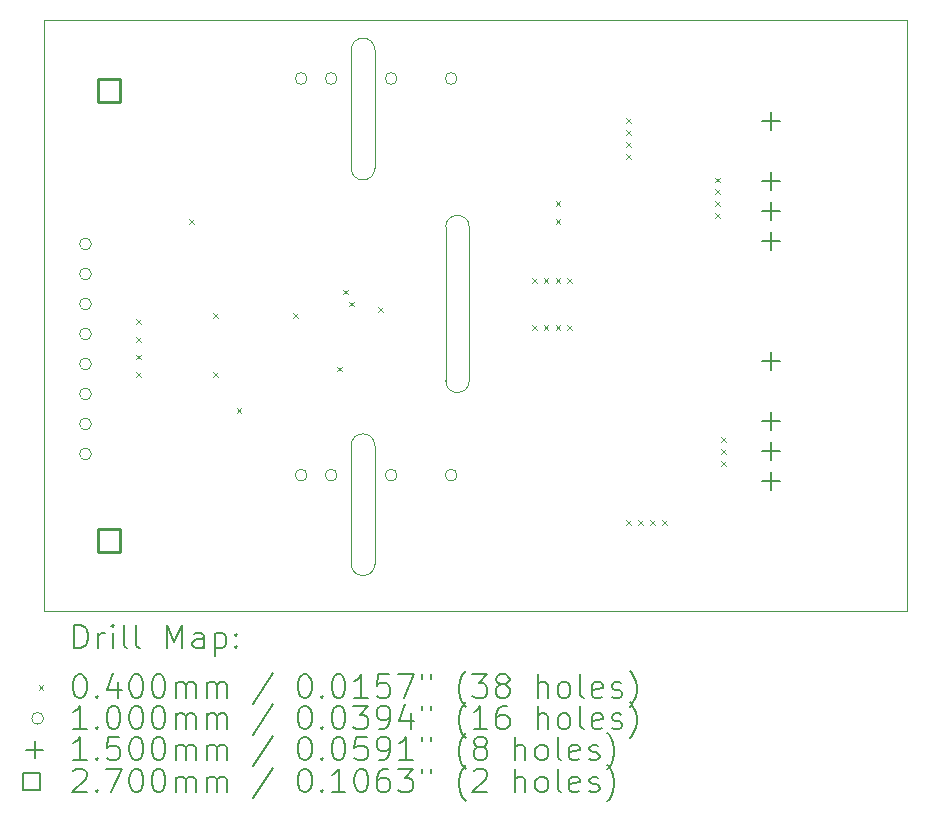
<source format=gbr>
%TF.GenerationSoftware,KiCad,Pcbnew,8.0.9-8.0.9-0~ubuntu22.04.1*%
%TF.CreationDate,2025-04-02T13:47:38-07:00*%
%TF.ProjectId,HBD1E,48424431-452e-46b6-9963-61645f706362,rev?*%
%TF.SameCoordinates,Original*%
%TF.FileFunction,Drillmap*%
%TF.FilePolarity,Positive*%
%FSLAX45Y45*%
G04 Gerber Fmt 4.5, Leading zero omitted, Abs format (unit mm)*
G04 Created by KiCad (PCBNEW 8.0.9-8.0.9-0~ubuntu22.04.1) date 2025-04-02 13:47:38*
%MOMM*%
%LPD*%
G01*
G04 APERTURE LIST*
%ADD10C,0.100000*%
%ADD11C,0.200000*%
%ADD12C,0.150000*%
%ADD13C,0.270000*%
G04 APERTURE END LIST*
D10*
X6450000Y-7650000D02*
X6450000Y-8650000D01*
X7450000Y-7100000D02*
G75*
G02*
X7250000Y-7100000I-100000J0D01*
G01*
X6450000Y-4300000D02*
X6450000Y-5300000D01*
X7450000Y-7100000D02*
X7450000Y-5800000D01*
X7250000Y-5800000D02*
G75*
G02*
X7450000Y-5800000I100000J0D01*
G01*
X6650000Y-8650000D02*
G75*
G02*
X6450000Y-8650000I-100000J0D01*
G01*
X6650000Y-5300000D02*
X6650000Y-4300000D01*
X7250000Y-5800000D02*
X7250000Y-7100000D01*
X3850000Y-4050000D02*
X11160000Y-4050000D01*
X11160000Y-9050000D01*
X3850000Y-9050000D01*
X3850000Y-4050000D01*
X6650000Y-5300000D02*
G75*
G02*
X6450000Y-5300000I-100000J0D01*
G01*
X6450000Y-4300000D02*
G75*
G02*
X6650000Y-4300000I100000J0D01*
G01*
X6450000Y-7650000D02*
G75*
G02*
X6650000Y-7650000I100000J0D01*
G01*
X6650000Y-8650000D02*
X6650000Y-7650000D01*
D11*
D10*
X4630000Y-6580000D02*
X4670000Y-6620000D01*
X4670000Y-6580000D02*
X4630000Y-6620000D01*
X4630000Y-6730000D02*
X4670000Y-6770000D01*
X4670000Y-6730000D02*
X4630000Y-6770000D01*
X4630000Y-6880000D02*
X4670000Y-6920000D01*
X4670000Y-6880000D02*
X4630000Y-6920000D01*
X4630000Y-7030000D02*
X4670000Y-7070000D01*
X4670000Y-7030000D02*
X4630000Y-7070000D01*
X5080000Y-5730000D02*
X5120000Y-5770000D01*
X5120000Y-5730000D02*
X5080000Y-5770000D01*
X5280000Y-6530000D02*
X5320000Y-6570000D01*
X5320000Y-6530000D02*
X5280000Y-6570000D01*
X5280000Y-7030000D02*
X5320000Y-7070000D01*
X5320000Y-7030000D02*
X5280000Y-7070000D01*
X5480000Y-7330000D02*
X5520000Y-7370000D01*
X5520000Y-7330000D02*
X5480000Y-7370000D01*
X5960000Y-6530000D02*
X6000000Y-6570000D01*
X6000000Y-6530000D02*
X5960000Y-6570000D01*
X6330000Y-6980000D02*
X6370000Y-7020000D01*
X6370000Y-6980000D02*
X6330000Y-7020000D01*
X6380000Y-6330000D02*
X6420000Y-6370000D01*
X6420000Y-6330000D02*
X6380000Y-6370000D01*
X6430000Y-6430000D02*
X6470000Y-6470000D01*
X6470000Y-6430000D02*
X6430000Y-6470000D01*
X6680000Y-6480000D02*
X6720000Y-6520000D01*
X6720000Y-6480000D02*
X6680000Y-6520000D01*
X7979823Y-6231191D02*
X8019823Y-6271191D01*
X8019823Y-6231191D02*
X7979823Y-6271191D01*
X7980000Y-6630000D02*
X8020000Y-6670000D01*
X8020000Y-6630000D02*
X7980000Y-6670000D01*
X8080000Y-6230000D02*
X8120000Y-6270000D01*
X8120000Y-6230000D02*
X8080000Y-6270000D01*
X8080000Y-6630000D02*
X8120000Y-6670000D01*
X8120000Y-6630000D02*
X8080000Y-6670000D01*
X8180000Y-5580000D02*
X8220000Y-5620000D01*
X8220000Y-5580000D02*
X8180000Y-5620000D01*
X8180000Y-5730000D02*
X8220000Y-5770000D01*
X8220000Y-5730000D02*
X8180000Y-5770000D01*
X8180000Y-6230000D02*
X8220000Y-6270000D01*
X8220000Y-6230000D02*
X8180000Y-6270000D01*
X8180000Y-6630000D02*
X8220000Y-6670000D01*
X8220000Y-6630000D02*
X8180000Y-6670000D01*
X8280000Y-6230000D02*
X8320000Y-6270000D01*
X8320000Y-6230000D02*
X8280000Y-6270000D01*
X8280000Y-6630000D02*
X8320000Y-6670000D01*
X8320000Y-6630000D02*
X8280000Y-6670000D01*
X8780000Y-4880000D02*
X8820000Y-4920000D01*
X8820000Y-4880000D02*
X8780000Y-4920000D01*
X8780000Y-4980000D02*
X8820000Y-5020000D01*
X8820000Y-4980000D02*
X8780000Y-5020000D01*
X8780000Y-5080000D02*
X8820000Y-5120000D01*
X8820000Y-5080000D02*
X8780000Y-5120000D01*
X8780000Y-5180000D02*
X8820000Y-5220000D01*
X8820000Y-5180000D02*
X8780000Y-5220000D01*
X8780000Y-8280000D02*
X8820000Y-8320000D01*
X8820000Y-8280000D02*
X8780000Y-8320000D01*
X8880000Y-8280000D02*
X8920000Y-8320000D01*
X8920000Y-8280000D02*
X8880000Y-8320000D01*
X8980000Y-8280000D02*
X9020000Y-8320000D01*
X9020000Y-8280000D02*
X8980000Y-8320000D01*
X9080000Y-8280000D02*
X9120000Y-8320000D01*
X9120000Y-8280000D02*
X9080000Y-8320000D01*
X9530000Y-5380000D02*
X9570000Y-5420000D01*
X9570000Y-5380000D02*
X9530000Y-5420000D01*
X9530000Y-5480000D02*
X9570000Y-5520000D01*
X9570000Y-5480000D02*
X9530000Y-5520000D01*
X9530000Y-5580000D02*
X9570000Y-5620000D01*
X9570000Y-5580000D02*
X9530000Y-5620000D01*
X9530000Y-5680000D02*
X9570000Y-5720000D01*
X9570000Y-5680000D02*
X9530000Y-5720000D01*
X9580000Y-7580000D02*
X9620000Y-7620000D01*
X9620000Y-7580000D02*
X9580000Y-7620000D01*
X9580000Y-7680000D02*
X9620000Y-7720000D01*
X9620000Y-7680000D02*
X9580000Y-7720000D01*
X9580000Y-7780000D02*
X9620000Y-7820000D01*
X9620000Y-7780000D02*
X9580000Y-7820000D01*
X4250000Y-5942000D02*
G75*
G02*
X4150000Y-5942000I-50000J0D01*
G01*
X4150000Y-5942000D02*
G75*
G02*
X4250000Y-5942000I50000J0D01*
G01*
X4250000Y-6196000D02*
G75*
G02*
X4150000Y-6196000I-50000J0D01*
G01*
X4150000Y-6196000D02*
G75*
G02*
X4250000Y-6196000I50000J0D01*
G01*
X4250000Y-6450000D02*
G75*
G02*
X4150000Y-6450000I-50000J0D01*
G01*
X4150000Y-6450000D02*
G75*
G02*
X4250000Y-6450000I50000J0D01*
G01*
X4250000Y-6704000D02*
G75*
G02*
X4150000Y-6704000I-50000J0D01*
G01*
X4150000Y-6704000D02*
G75*
G02*
X4250000Y-6704000I50000J0D01*
G01*
X4250000Y-6958000D02*
G75*
G02*
X4150000Y-6958000I-50000J0D01*
G01*
X4150000Y-6958000D02*
G75*
G02*
X4250000Y-6958000I50000J0D01*
G01*
X4250000Y-7212000D02*
G75*
G02*
X4150000Y-7212000I-50000J0D01*
G01*
X4150000Y-7212000D02*
G75*
G02*
X4250000Y-7212000I50000J0D01*
G01*
X4250000Y-7466000D02*
G75*
G02*
X4150000Y-7466000I-50000J0D01*
G01*
X4150000Y-7466000D02*
G75*
G02*
X4250000Y-7466000I50000J0D01*
G01*
X4250000Y-7720000D02*
G75*
G02*
X4150000Y-7720000I-50000J0D01*
G01*
X4150000Y-7720000D02*
G75*
G02*
X4250000Y-7720000I50000J0D01*
G01*
X6076250Y-4540750D02*
G75*
G02*
X5976250Y-4540750I-50000J0D01*
G01*
X5976250Y-4540750D02*
G75*
G02*
X6076250Y-4540750I50000J0D01*
G01*
X6076250Y-7900000D02*
G75*
G02*
X5976250Y-7900000I-50000J0D01*
G01*
X5976250Y-7900000D02*
G75*
G02*
X6076250Y-7900000I50000J0D01*
G01*
X6330250Y-4540750D02*
G75*
G02*
X6230250Y-4540750I-50000J0D01*
G01*
X6230250Y-4540750D02*
G75*
G02*
X6330250Y-4540750I50000J0D01*
G01*
X6330250Y-7900000D02*
G75*
G02*
X6230250Y-7900000I-50000J0D01*
G01*
X6230250Y-7900000D02*
G75*
G02*
X6330250Y-7900000I50000J0D01*
G01*
X6838250Y-4540750D02*
G75*
G02*
X6738250Y-4540750I-50000J0D01*
G01*
X6738250Y-4540750D02*
G75*
G02*
X6838250Y-4540750I50000J0D01*
G01*
X6838250Y-7900000D02*
G75*
G02*
X6738250Y-7900000I-50000J0D01*
G01*
X6738250Y-7900000D02*
G75*
G02*
X6838250Y-7900000I50000J0D01*
G01*
X7346250Y-4540750D02*
G75*
G02*
X7246250Y-4540750I-50000J0D01*
G01*
X7246250Y-4540750D02*
G75*
G02*
X7346250Y-4540750I50000J0D01*
G01*
X7346250Y-7900000D02*
G75*
G02*
X7246250Y-7900000I-50000J0D01*
G01*
X7246250Y-7900000D02*
G75*
G02*
X7346250Y-7900000I50000J0D01*
G01*
D12*
X10004000Y-4825000D02*
X10004000Y-4975000D01*
X9929000Y-4900000D02*
X10079000Y-4900000D01*
X10004000Y-5333000D02*
X10004000Y-5483000D01*
X9929000Y-5408000D02*
X10079000Y-5408000D01*
X10004000Y-5587000D02*
X10004000Y-5737000D01*
X9929000Y-5662000D02*
X10079000Y-5662000D01*
X10004000Y-5841000D02*
X10004000Y-5991000D01*
X9929000Y-5916000D02*
X10079000Y-5916000D01*
X10004000Y-6856000D02*
X10004000Y-7006000D01*
X9929000Y-6931000D02*
X10079000Y-6931000D01*
X10004000Y-7364000D02*
X10004000Y-7514000D01*
X9929000Y-7439000D02*
X10079000Y-7439000D01*
X10004000Y-7618000D02*
X10004000Y-7768000D01*
X9929000Y-7693000D02*
X10079000Y-7693000D01*
X10004000Y-7872000D02*
X10004000Y-8022000D01*
X9929000Y-7947000D02*
X10079000Y-7947000D01*
D13*
X4495460Y-4740460D02*
X4495460Y-4549540D01*
X4304540Y-4549540D01*
X4304540Y-4740460D01*
X4495460Y-4740460D01*
X4495460Y-8550460D02*
X4495460Y-8359540D01*
X4304540Y-8359540D01*
X4304540Y-8550460D01*
X4495460Y-8550460D01*
D11*
X4105777Y-9366484D02*
X4105777Y-9166484D01*
X4105777Y-9166484D02*
X4153396Y-9166484D01*
X4153396Y-9166484D02*
X4181967Y-9176008D01*
X4181967Y-9176008D02*
X4201015Y-9195055D01*
X4201015Y-9195055D02*
X4210539Y-9214103D01*
X4210539Y-9214103D02*
X4220063Y-9252198D01*
X4220063Y-9252198D02*
X4220063Y-9280770D01*
X4220063Y-9280770D02*
X4210539Y-9318865D01*
X4210539Y-9318865D02*
X4201015Y-9337912D01*
X4201015Y-9337912D02*
X4181967Y-9356960D01*
X4181967Y-9356960D02*
X4153396Y-9366484D01*
X4153396Y-9366484D02*
X4105777Y-9366484D01*
X4305777Y-9366484D02*
X4305777Y-9233150D01*
X4305777Y-9271246D02*
X4315301Y-9252198D01*
X4315301Y-9252198D02*
X4324824Y-9242674D01*
X4324824Y-9242674D02*
X4343872Y-9233150D01*
X4343872Y-9233150D02*
X4362920Y-9233150D01*
X4429586Y-9366484D02*
X4429586Y-9233150D01*
X4429586Y-9166484D02*
X4420063Y-9176008D01*
X4420063Y-9176008D02*
X4429586Y-9185531D01*
X4429586Y-9185531D02*
X4439110Y-9176008D01*
X4439110Y-9176008D02*
X4429586Y-9166484D01*
X4429586Y-9166484D02*
X4429586Y-9185531D01*
X4553396Y-9366484D02*
X4534348Y-9356960D01*
X4534348Y-9356960D02*
X4524824Y-9337912D01*
X4524824Y-9337912D02*
X4524824Y-9166484D01*
X4658158Y-9366484D02*
X4639110Y-9356960D01*
X4639110Y-9356960D02*
X4629586Y-9337912D01*
X4629586Y-9337912D02*
X4629586Y-9166484D01*
X4886729Y-9366484D02*
X4886729Y-9166484D01*
X4886729Y-9166484D02*
X4953396Y-9309341D01*
X4953396Y-9309341D02*
X5020063Y-9166484D01*
X5020063Y-9166484D02*
X5020063Y-9366484D01*
X5201015Y-9366484D02*
X5201015Y-9261722D01*
X5201015Y-9261722D02*
X5191491Y-9242674D01*
X5191491Y-9242674D02*
X5172444Y-9233150D01*
X5172444Y-9233150D02*
X5134348Y-9233150D01*
X5134348Y-9233150D02*
X5115301Y-9242674D01*
X5201015Y-9356960D02*
X5181967Y-9366484D01*
X5181967Y-9366484D02*
X5134348Y-9366484D01*
X5134348Y-9366484D02*
X5115301Y-9356960D01*
X5115301Y-9356960D02*
X5105777Y-9337912D01*
X5105777Y-9337912D02*
X5105777Y-9318865D01*
X5105777Y-9318865D02*
X5115301Y-9299817D01*
X5115301Y-9299817D02*
X5134348Y-9290293D01*
X5134348Y-9290293D02*
X5181967Y-9290293D01*
X5181967Y-9290293D02*
X5201015Y-9280770D01*
X5296253Y-9233150D02*
X5296253Y-9433150D01*
X5296253Y-9242674D02*
X5315301Y-9233150D01*
X5315301Y-9233150D02*
X5353396Y-9233150D01*
X5353396Y-9233150D02*
X5372444Y-9242674D01*
X5372444Y-9242674D02*
X5381967Y-9252198D01*
X5381967Y-9252198D02*
X5391491Y-9271246D01*
X5391491Y-9271246D02*
X5391491Y-9328389D01*
X5391491Y-9328389D02*
X5381967Y-9347436D01*
X5381967Y-9347436D02*
X5372444Y-9356960D01*
X5372444Y-9356960D02*
X5353396Y-9366484D01*
X5353396Y-9366484D02*
X5315301Y-9366484D01*
X5315301Y-9366484D02*
X5296253Y-9356960D01*
X5477205Y-9347436D02*
X5486729Y-9356960D01*
X5486729Y-9356960D02*
X5477205Y-9366484D01*
X5477205Y-9366484D02*
X5467682Y-9356960D01*
X5467682Y-9356960D02*
X5477205Y-9347436D01*
X5477205Y-9347436D02*
X5477205Y-9366484D01*
X5477205Y-9242674D02*
X5486729Y-9252198D01*
X5486729Y-9252198D02*
X5477205Y-9261722D01*
X5477205Y-9261722D02*
X5467682Y-9252198D01*
X5467682Y-9252198D02*
X5477205Y-9242674D01*
X5477205Y-9242674D02*
X5477205Y-9261722D01*
D10*
X3805000Y-9675000D02*
X3845000Y-9715000D01*
X3845000Y-9675000D02*
X3805000Y-9715000D01*
D11*
X4143872Y-9586484D02*
X4162920Y-9586484D01*
X4162920Y-9586484D02*
X4181967Y-9596008D01*
X4181967Y-9596008D02*
X4191491Y-9605531D01*
X4191491Y-9605531D02*
X4201015Y-9624579D01*
X4201015Y-9624579D02*
X4210539Y-9662674D01*
X4210539Y-9662674D02*
X4210539Y-9710293D01*
X4210539Y-9710293D02*
X4201015Y-9748389D01*
X4201015Y-9748389D02*
X4191491Y-9767436D01*
X4191491Y-9767436D02*
X4181967Y-9776960D01*
X4181967Y-9776960D02*
X4162920Y-9786484D01*
X4162920Y-9786484D02*
X4143872Y-9786484D01*
X4143872Y-9786484D02*
X4124824Y-9776960D01*
X4124824Y-9776960D02*
X4115301Y-9767436D01*
X4115301Y-9767436D02*
X4105777Y-9748389D01*
X4105777Y-9748389D02*
X4096253Y-9710293D01*
X4096253Y-9710293D02*
X4096253Y-9662674D01*
X4096253Y-9662674D02*
X4105777Y-9624579D01*
X4105777Y-9624579D02*
X4115301Y-9605531D01*
X4115301Y-9605531D02*
X4124824Y-9596008D01*
X4124824Y-9596008D02*
X4143872Y-9586484D01*
X4296253Y-9767436D02*
X4305777Y-9776960D01*
X4305777Y-9776960D02*
X4296253Y-9786484D01*
X4296253Y-9786484D02*
X4286729Y-9776960D01*
X4286729Y-9776960D02*
X4296253Y-9767436D01*
X4296253Y-9767436D02*
X4296253Y-9786484D01*
X4477205Y-9653150D02*
X4477205Y-9786484D01*
X4429586Y-9576960D02*
X4381967Y-9719817D01*
X4381967Y-9719817D02*
X4505777Y-9719817D01*
X4620063Y-9586484D02*
X4639110Y-9586484D01*
X4639110Y-9586484D02*
X4658158Y-9596008D01*
X4658158Y-9596008D02*
X4667682Y-9605531D01*
X4667682Y-9605531D02*
X4677205Y-9624579D01*
X4677205Y-9624579D02*
X4686729Y-9662674D01*
X4686729Y-9662674D02*
X4686729Y-9710293D01*
X4686729Y-9710293D02*
X4677205Y-9748389D01*
X4677205Y-9748389D02*
X4667682Y-9767436D01*
X4667682Y-9767436D02*
X4658158Y-9776960D01*
X4658158Y-9776960D02*
X4639110Y-9786484D01*
X4639110Y-9786484D02*
X4620063Y-9786484D01*
X4620063Y-9786484D02*
X4601015Y-9776960D01*
X4601015Y-9776960D02*
X4591491Y-9767436D01*
X4591491Y-9767436D02*
X4581967Y-9748389D01*
X4581967Y-9748389D02*
X4572444Y-9710293D01*
X4572444Y-9710293D02*
X4572444Y-9662674D01*
X4572444Y-9662674D02*
X4581967Y-9624579D01*
X4581967Y-9624579D02*
X4591491Y-9605531D01*
X4591491Y-9605531D02*
X4601015Y-9596008D01*
X4601015Y-9596008D02*
X4620063Y-9586484D01*
X4810539Y-9586484D02*
X4829586Y-9586484D01*
X4829586Y-9586484D02*
X4848634Y-9596008D01*
X4848634Y-9596008D02*
X4858158Y-9605531D01*
X4858158Y-9605531D02*
X4867682Y-9624579D01*
X4867682Y-9624579D02*
X4877205Y-9662674D01*
X4877205Y-9662674D02*
X4877205Y-9710293D01*
X4877205Y-9710293D02*
X4867682Y-9748389D01*
X4867682Y-9748389D02*
X4858158Y-9767436D01*
X4858158Y-9767436D02*
X4848634Y-9776960D01*
X4848634Y-9776960D02*
X4829586Y-9786484D01*
X4829586Y-9786484D02*
X4810539Y-9786484D01*
X4810539Y-9786484D02*
X4791491Y-9776960D01*
X4791491Y-9776960D02*
X4781967Y-9767436D01*
X4781967Y-9767436D02*
X4772444Y-9748389D01*
X4772444Y-9748389D02*
X4762920Y-9710293D01*
X4762920Y-9710293D02*
X4762920Y-9662674D01*
X4762920Y-9662674D02*
X4772444Y-9624579D01*
X4772444Y-9624579D02*
X4781967Y-9605531D01*
X4781967Y-9605531D02*
X4791491Y-9596008D01*
X4791491Y-9596008D02*
X4810539Y-9586484D01*
X4962920Y-9786484D02*
X4962920Y-9653150D01*
X4962920Y-9672198D02*
X4972444Y-9662674D01*
X4972444Y-9662674D02*
X4991491Y-9653150D01*
X4991491Y-9653150D02*
X5020063Y-9653150D01*
X5020063Y-9653150D02*
X5039110Y-9662674D01*
X5039110Y-9662674D02*
X5048634Y-9681722D01*
X5048634Y-9681722D02*
X5048634Y-9786484D01*
X5048634Y-9681722D02*
X5058158Y-9662674D01*
X5058158Y-9662674D02*
X5077205Y-9653150D01*
X5077205Y-9653150D02*
X5105777Y-9653150D01*
X5105777Y-9653150D02*
X5124825Y-9662674D01*
X5124825Y-9662674D02*
X5134348Y-9681722D01*
X5134348Y-9681722D02*
X5134348Y-9786484D01*
X5229586Y-9786484D02*
X5229586Y-9653150D01*
X5229586Y-9672198D02*
X5239110Y-9662674D01*
X5239110Y-9662674D02*
X5258158Y-9653150D01*
X5258158Y-9653150D02*
X5286729Y-9653150D01*
X5286729Y-9653150D02*
X5305777Y-9662674D01*
X5305777Y-9662674D02*
X5315301Y-9681722D01*
X5315301Y-9681722D02*
X5315301Y-9786484D01*
X5315301Y-9681722D02*
X5324825Y-9662674D01*
X5324825Y-9662674D02*
X5343872Y-9653150D01*
X5343872Y-9653150D02*
X5372444Y-9653150D01*
X5372444Y-9653150D02*
X5391491Y-9662674D01*
X5391491Y-9662674D02*
X5401015Y-9681722D01*
X5401015Y-9681722D02*
X5401015Y-9786484D01*
X5791491Y-9576960D02*
X5620063Y-9834103D01*
X6048634Y-9586484D02*
X6067682Y-9586484D01*
X6067682Y-9586484D02*
X6086729Y-9596008D01*
X6086729Y-9596008D02*
X6096253Y-9605531D01*
X6096253Y-9605531D02*
X6105777Y-9624579D01*
X6105777Y-9624579D02*
X6115301Y-9662674D01*
X6115301Y-9662674D02*
X6115301Y-9710293D01*
X6115301Y-9710293D02*
X6105777Y-9748389D01*
X6105777Y-9748389D02*
X6096253Y-9767436D01*
X6096253Y-9767436D02*
X6086729Y-9776960D01*
X6086729Y-9776960D02*
X6067682Y-9786484D01*
X6067682Y-9786484D02*
X6048634Y-9786484D01*
X6048634Y-9786484D02*
X6029586Y-9776960D01*
X6029586Y-9776960D02*
X6020063Y-9767436D01*
X6020063Y-9767436D02*
X6010539Y-9748389D01*
X6010539Y-9748389D02*
X6001015Y-9710293D01*
X6001015Y-9710293D02*
X6001015Y-9662674D01*
X6001015Y-9662674D02*
X6010539Y-9624579D01*
X6010539Y-9624579D02*
X6020063Y-9605531D01*
X6020063Y-9605531D02*
X6029586Y-9596008D01*
X6029586Y-9596008D02*
X6048634Y-9586484D01*
X6201015Y-9767436D02*
X6210539Y-9776960D01*
X6210539Y-9776960D02*
X6201015Y-9786484D01*
X6201015Y-9786484D02*
X6191491Y-9776960D01*
X6191491Y-9776960D02*
X6201015Y-9767436D01*
X6201015Y-9767436D02*
X6201015Y-9786484D01*
X6334348Y-9586484D02*
X6353396Y-9586484D01*
X6353396Y-9586484D02*
X6372444Y-9596008D01*
X6372444Y-9596008D02*
X6381967Y-9605531D01*
X6381967Y-9605531D02*
X6391491Y-9624579D01*
X6391491Y-9624579D02*
X6401015Y-9662674D01*
X6401015Y-9662674D02*
X6401015Y-9710293D01*
X6401015Y-9710293D02*
X6391491Y-9748389D01*
X6391491Y-9748389D02*
X6381967Y-9767436D01*
X6381967Y-9767436D02*
X6372444Y-9776960D01*
X6372444Y-9776960D02*
X6353396Y-9786484D01*
X6353396Y-9786484D02*
X6334348Y-9786484D01*
X6334348Y-9786484D02*
X6315301Y-9776960D01*
X6315301Y-9776960D02*
X6305777Y-9767436D01*
X6305777Y-9767436D02*
X6296253Y-9748389D01*
X6296253Y-9748389D02*
X6286729Y-9710293D01*
X6286729Y-9710293D02*
X6286729Y-9662674D01*
X6286729Y-9662674D02*
X6296253Y-9624579D01*
X6296253Y-9624579D02*
X6305777Y-9605531D01*
X6305777Y-9605531D02*
X6315301Y-9596008D01*
X6315301Y-9596008D02*
X6334348Y-9586484D01*
X6591491Y-9786484D02*
X6477206Y-9786484D01*
X6534348Y-9786484D02*
X6534348Y-9586484D01*
X6534348Y-9586484D02*
X6515301Y-9615055D01*
X6515301Y-9615055D02*
X6496253Y-9634103D01*
X6496253Y-9634103D02*
X6477206Y-9643627D01*
X6772444Y-9586484D02*
X6677206Y-9586484D01*
X6677206Y-9586484D02*
X6667682Y-9681722D01*
X6667682Y-9681722D02*
X6677206Y-9672198D01*
X6677206Y-9672198D02*
X6696253Y-9662674D01*
X6696253Y-9662674D02*
X6743872Y-9662674D01*
X6743872Y-9662674D02*
X6762920Y-9672198D01*
X6762920Y-9672198D02*
X6772444Y-9681722D01*
X6772444Y-9681722D02*
X6781967Y-9700770D01*
X6781967Y-9700770D02*
X6781967Y-9748389D01*
X6781967Y-9748389D02*
X6772444Y-9767436D01*
X6772444Y-9767436D02*
X6762920Y-9776960D01*
X6762920Y-9776960D02*
X6743872Y-9786484D01*
X6743872Y-9786484D02*
X6696253Y-9786484D01*
X6696253Y-9786484D02*
X6677206Y-9776960D01*
X6677206Y-9776960D02*
X6667682Y-9767436D01*
X6848634Y-9586484D02*
X6981967Y-9586484D01*
X6981967Y-9586484D02*
X6896253Y-9786484D01*
X7048634Y-9586484D02*
X7048634Y-9624579D01*
X7124825Y-9586484D02*
X7124825Y-9624579D01*
X7420063Y-9862674D02*
X7410539Y-9853150D01*
X7410539Y-9853150D02*
X7391491Y-9824579D01*
X7391491Y-9824579D02*
X7381968Y-9805531D01*
X7381968Y-9805531D02*
X7372444Y-9776960D01*
X7372444Y-9776960D02*
X7362920Y-9729341D01*
X7362920Y-9729341D02*
X7362920Y-9691246D01*
X7362920Y-9691246D02*
X7372444Y-9643627D01*
X7372444Y-9643627D02*
X7381968Y-9615055D01*
X7381968Y-9615055D02*
X7391491Y-9596008D01*
X7391491Y-9596008D02*
X7410539Y-9567436D01*
X7410539Y-9567436D02*
X7420063Y-9557912D01*
X7477206Y-9586484D02*
X7601015Y-9586484D01*
X7601015Y-9586484D02*
X7534348Y-9662674D01*
X7534348Y-9662674D02*
X7562920Y-9662674D01*
X7562920Y-9662674D02*
X7581968Y-9672198D01*
X7581968Y-9672198D02*
X7591491Y-9681722D01*
X7591491Y-9681722D02*
X7601015Y-9700770D01*
X7601015Y-9700770D02*
X7601015Y-9748389D01*
X7601015Y-9748389D02*
X7591491Y-9767436D01*
X7591491Y-9767436D02*
X7581968Y-9776960D01*
X7581968Y-9776960D02*
X7562920Y-9786484D01*
X7562920Y-9786484D02*
X7505777Y-9786484D01*
X7505777Y-9786484D02*
X7486729Y-9776960D01*
X7486729Y-9776960D02*
X7477206Y-9767436D01*
X7715301Y-9672198D02*
X7696253Y-9662674D01*
X7696253Y-9662674D02*
X7686729Y-9653150D01*
X7686729Y-9653150D02*
X7677206Y-9634103D01*
X7677206Y-9634103D02*
X7677206Y-9624579D01*
X7677206Y-9624579D02*
X7686729Y-9605531D01*
X7686729Y-9605531D02*
X7696253Y-9596008D01*
X7696253Y-9596008D02*
X7715301Y-9586484D01*
X7715301Y-9586484D02*
X7753396Y-9586484D01*
X7753396Y-9586484D02*
X7772444Y-9596008D01*
X7772444Y-9596008D02*
X7781968Y-9605531D01*
X7781968Y-9605531D02*
X7791491Y-9624579D01*
X7791491Y-9624579D02*
X7791491Y-9634103D01*
X7791491Y-9634103D02*
X7781968Y-9653150D01*
X7781968Y-9653150D02*
X7772444Y-9662674D01*
X7772444Y-9662674D02*
X7753396Y-9672198D01*
X7753396Y-9672198D02*
X7715301Y-9672198D01*
X7715301Y-9672198D02*
X7696253Y-9681722D01*
X7696253Y-9681722D02*
X7686729Y-9691246D01*
X7686729Y-9691246D02*
X7677206Y-9710293D01*
X7677206Y-9710293D02*
X7677206Y-9748389D01*
X7677206Y-9748389D02*
X7686729Y-9767436D01*
X7686729Y-9767436D02*
X7696253Y-9776960D01*
X7696253Y-9776960D02*
X7715301Y-9786484D01*
X7715301Y-9786484D02*
X7753396Y-9786484D01*
X7753396Y-9786484D02*
X7772444Y-9776960D01*
X7772444Y-9776960D02*
X7781968Y-9767436D01*
X7781968Y-9767436D02*
X7791491Y-9748389D01*
X7791491Y-9748389D02*
X7791491Y-9710293D01*
X7791491Y-9710293D02*
X7781968Y-9691246D01*
X7781968Y-9691246D02*
X7772444Y-9681722D01*
X7772444Y-9681722D02*
X7753396Y-9672198D01*
X8029587Y-9786484D02*
X8029587Y-9586484D01*
X8115301Y-9786484D02*
X8115301Y-9681722D01*
X8115301Y-9681722D02*
X8105777Y-9662674D01*
X8105777Y-9662674D02*
X8086730Y-9653150D01*
X8086730Y-9653150D02*
X8058158Y-9653150D01*
X8058158Y-9653150D02*
X8039110Y-9662674D01*
X8039110Y-9662674D02*
X8029587Y-9672198D01*
X8239110Y-9786484D02*
X8220063Y-9776960D01*
X8220063Y-9776960D02*
X8210539Y-9767436D01*
X8210539Y-9767436D02*
X8201015Y-9748389D01*
X8201015Y-9748389D02*
X8201015Y-9691246D01*
X8201015Y-9691246D02*
X8210539Y-9672198D01*
X8210539Y-9672198D02*
X8220063Y-9662674D01*
X8220063Y-9662674D02*
X8239110Y-9653150D01*
X8239110Y-9653150D02*
X8267682Y-9653150D01*
X8267682Y-9653150D02*
X8286730Y-9662674D01*
X8286730Y-9662674D02*
X8296253Y-9672198D01*
X8296253Y-9672198D02*
X8305777Y-9691246D01*
X8305777Y-9691246D02*
X8305777Y-9748389D01*
X8305777Y-9748389D02*
X8296253Y-9767436D01*
X8296253Y-9767436D02*
X8286730Y-9776960D01*
X8286730Y-9776960D02*
X8267682Y-9786484D01*
X8267682Y-9786484D02*
X8239110Y-9786484D01*
X8420063Y-9786484D02*
X8401015Y-9776960D01*
X8401015Y-9776960D02*
X8391492Y-9757912D01*
X8391492Y-9757912D02*
X8391492Y-9586484D01*
X8572444Y-9776960D02*
X8553396Y-9786484D01*
X8553396Y-9786484D02*
X8515301Y-9786484D01*
X8515301Y-9786484D02*
X8496253Y-9776960D01*
X8496253Y-9776960D02*
X8486730Y-9757912D01*
X8486730Y-9757912D02*
X8486730Y-9681722D01*
X8486730Y-9681722D02*
X8496253Y-9662674D01*
X8496253Y-9662674D02*
X8515301Y-9653150D01*
X8515301Y-9653150D02*
X8553396Y-9653150D01*
X8553396Y-9653150D02*
X8572444Y-9662674D01*
X8572444Y-9662674D02*
X8581968Y-9681722D01*
X8581968Y-9681722D02*
X8581968Y-9700770D01*
X8581968Y-9700770D02*
X8486730Y-9719817D01*
X8658158Y-9776960D02*
X8677206Y-9786484D01*
X8677206Y-9786484D02*
X8715301Y-9786484D01*
X8715301Y-9786484D02*
X8734349Y-9776960D01*
X8734349Y-9776960D02*
X8743873Y-9757912D01*
X8743873Y-9757912D02*
X8743873Y-9748389D01*
X8743873Y-9748389D02*
X8734349Y-9729341D01*
X8734349Y-9729341D02*
X8715301Y-9719817D01*
X8715301Y-9719817D02*
X8686730Y-9719817D01*
X8686730Y-9719817D02*
X8667682Y-9710293D01*
X8667682Y-9710293D02*
X8658158Y-9691246D01*
X8658158Y-9691246D02*
X8658158Y-9681722D01*
X8658158Y-9681722D02*
X8667682Y-9662674D01*
X8667682Y-9662674D02*
X8686730Y-9653150D01*
X8686730Y-9653150D02*
X8715301Y-9653150D01*
X8715301Y-9653150D02*
X8734349Y-9662674D01*
X8810539Y-9862674D02*
X8820063Y-9853150D01*
X8820063Y-9853150D02*
X8839111Y-9824579D01*
X8839111Y-9824579D02*
X8848634Y-9805531D01*
X8848634Y-9805531D02*
X8858158Y-9776960D01*
X8858158Y-9776960D02*
X8867682Y-9729341D01*
X8867682Y-9729341D02*
X8867682Y-9691246D01*
X8867682Y-9691246D02*
X8858158Y-9643627D01*
X8858158Y-9643627D02*
X8848634Y-9615055D01*
X8848634Y-9615055D02*
X8839111Y-9596008D01*
X8839111Y-9596008D02*
X8820063Y-9567436D01*
X8820063Y-9567436D02*
X8810539Y-9557912D01*
D10*
X3845000Y-9959000D02*
G75*
G02*
X3745000Y-9959000I-50000J0D01*
G01*
X3745000Y-9959000D02*
G75*
G02*
X3845000Y-9959000I50000J0D01*
G01*
D11*
X4210539Y-10050484D02*
X4096253Y-10050484D01*
X4153396Y-10050484D02*
X4153396Y-9850484D01*
X4153396Y-9850484D02*
X4134348Y-9879055D01*
X4134348Y-9879055D02*
X4115301Y-9898103D01*
X4115301Y-9898103D02*
X4096253Y-9907627D01*
X4296253Y-10031436D02*
X4305777Y-10040960D01*
X4305777Y-10040960D02*
X4296253Y-10050484D01*
X4296253Y-10050484D02*
X4286729Y-10040960D01*
X4286729Y-10040960D02*
X4296253Y-10031436D01*
X4296253Y-10031436D02*
X4296253Y-10050484D01*
X4429586Y-9850484D02*
X4448634Y-9850484D01*
X4448634Y-9850484D02*
X4467682Y-9860008D01*
X4467682Y-9860008D02*
X4477205Y-9869531D01*
X4477205Y-9869531D02*
X4486729Y-9888579D01*
X4486729Y-9888579D02*
X4496253Y-9926674D01*
X4496253Y-9926674D02*
X4496253Y-9974293D01*
X4496253Y-9974293D02*
X4486729Y-10012389D01*
X4486729Y-10012389D02*
X4477205Y-10031436D01*
X4477205Y-10031436D02*
X4467682Y-10040960D01*
X4467682Y-10040960D02*
X4448634Y-10050484D01*
X4448634Y-10050484D02*
X4429586Y-10050484D01*
X4429586Y-10050484D02*
X4410539Y-10040960D01*
X4410539Y-10040960D02*
X4401015Y-10031436D01*
X4401015Y-10031436D02*
X4391491Y-10012389D01*
X4391491Y-10012389D02*
X4381967Y-9974293D01*
X4381967Y-9974293D02*
X4381967Y-9926674D01*
X4381967Y-9926674D02*
X4391491Y-9888579D01*
X4391491Y-9888579D02*
X4401015Y-9869531D01*
X4401015Y-9869531D02*
X4410539Y-9860008D01*
X4410539Y-9860008D02*
X4429586Y-9850484D01*
X4620063Y-9850484D02*
X4639110Y-9850484D01*
X4639110Y-9850484D02*
X4658158Y-9860008D01*
X4658158Y-9860008D02*
X4667682Y-9869531D01*
X4667682Y-9869531D02*
X4677205Y-9888579D01*
X4677205Y-9888579D02*
X4686729Y-9926674D01*
X4686729Y-9926674D02*
X4686729Y-9974293D01*
X4686729Y-9974293D02*
X4677205Y-10012389D01*
X4677205Y-10012389D02*
X4667682Y-10031436D01*
X4667682Y-10031436D02*
X4658158Y-10040960D01*
X4658158Y-10040960D02*
X4639110Y-10050484D01*
X4639110Y-10050484D02*
X4620063Y-10050484D01*
X4620063Y-10050484D02*
X4601015Y-10040960D01*
X4601015Y-10040960D02*
X4591491Y-10031436D01*
X4591491Y-10031436D02*
X4581967Y-10012389D01*
X4581967Y-10012389D02*
X4572444Y-9974293D01*
X4572444Y-9974293D02*
X4572444Y-9926674D01*
X4572444Y-9926674D02*
X4581967Y-9888579D01*
X4581967Y-9888579D02*
X4591491Y-9869531D01*
X4591491Y-9869531D02*
X4601015Y-9860008D01*
X4601015Y-9860008D02*
X4620063Y-9850484D01*
X4810539Y-9850484D02*
X4829586Y-9850484D01*
X4829586Y-9850484D02*
X4848634Y-9860008D01*
X4848634Y-9860008D02*
X4858158Y-9869531D01*
X4858158Y-9869531D02*
X4867682Y-9888579D01*
X4867682Y-9888579D02*
X4877205Y-9926674D01*
X4877205Y-9926674D02*
X4877205Y-9974293D01*
X4877205Y-9974293D02*
X4867682Y-10012389D01*
X4867682Y-10012389D02*
X4858158Y-10031436D01*
X4858158Y-10031436D02*
X4848634Y-10040960D01*
X4848634Y-10040960D02*
X4829586Y-10050484D01*
X4829586Y-10050484D02*
X4810539Y-10050484D01*
X4810539Y-10050484D02*
X4791491Y-10040960D01*
X4791491Y-10040960D02*
X4781967Y-10031436D01*
X4781967Y-10031436D02*
X4772444Y-10012389D01*
X4772444Y-10012389D02*
X4762920Y-9974293D01*
X4762920Y-9974293D02*
X4762920Y-9926674D01*
X4762920Y-9926674D02*
X4772444Y-9888579D01*
X4772444Y-9888579D02*
X4781967Y-9869531D01*
X4781967Y-9869531D02*
X4791491Y-9860008D01*
X4791491Y-9860008D02*
X4810539Y-9850484D01*
X4962920Y-10050484D02*
X4962920Y-9917150D01*
X4962920Y-9936198D02*
X4972444Y-9926674D01*
X4972444Y-9926674D02*
X4991491Y-9917150D01*
X4991491Y-9917150D02*
X5020063Y-9917150D01*
X5020063Y-9917150D02*
X5039110Y-9926674D01*
X5039110Y-9926674D02*
X5048634Y-9945722D01*
X5048634Y-9945722D02*
X5048634Y-10050484D01*
X5048634Y-9945722D02*
X5058158Y-9926674D01*
X5058158Y-9926674D02*
X5077205Y-9917150D01*
X5077205Y-9917150D02*
X5105777Y-9917150D01*
X5105777Y-9917150D02*
X5124825Y-9926674D01*
X5124825Y-9926674D02*
X5134348Y-9945722D01*
X5134348Y-9945722D02*
X5134348Y-10050484D01*
X5229586Y-10050484D02*
X5229586Y-9917150D01*
X5229586Y-9936198D02*
X5239110Y-9926674D01*
X5239110Y-9926674D02*
X5258158Y-9917150D01*
X5258158Y-9917150D02*
X5286729Y-9917150D01*
X5286729Y-9917150D02*
X5305777Y-9926674D01*
X5305777Y-9926674D02*
X5315301Y-9945722D01*
X5315301Y-9945722D02*
X5315301Y-10050484D01*
X5315301Y-9945722D02*
X5324825Y-9926674D01*
X5324825Y-9926674D02*
X5343872Y-9917150D01*
X5343872Y-9917150D02*
X5372444Y-9917150D01*
X5372444Y-9917150D02*
X5391491Y-9926674D01*
X5391491Y-9926674D02*
X5401015Y-9945722D01*
X5401015Y-9945722D02*
X5401015Y-10050484D01*
X5791491Y-9840960D02*
X5620063Y-10098103D01*
X6048634Y-9850484D02*
X6067682Y-9850484D01*
X6067682Y-9850484D02*
X6086729Y-9860008D01*
X6086729Y-9860008D02*
X6096253Y-9869531D01*
X6096253Y-9869531D02*
X6105777Y-9888579D01*
X6105777Y-9888579D02*
X6115301Y-9926674D01*
X6115301Y-9926674D02*
X6115301Y-9974293D01*
X6115301Y-9974293D02*
X6105777Y-10012389D01*
X6105777Y-10012389D02*
X6096253Y-10031436D01*
X6096253Y-10031436D02*
X6086729Y-10040960D01*
X6086729Y-10040960D02*
X6067682Y-10050484D01*
X6067682Y-10050484D02*
X6048634Y-10050484D01*
X6048634Y-10050484D02*
X6029586Y-10040960D01*
X6029586Y-10040960D02*
X6020063Y-10031436D01*
X6020063Y-10031436D02*
X6010539Y-10012389D01*
X6010539Y-10012389D02*
X6001015Y-9974293D01*
X6001015Y-9974293D02*
X6001015Y-9926674D01*
X6001015Y-9926674D02*
X6010539Y-9888579D01*
X6010539Y-9888579D02*
X6020063Y-9869531D01*
X6020063Y-9869531D02*
X6029586Y-9860008D01*
X6029586Y-9860008D02*
X6048634Y-9850484D01*
X6201015Y-10031436D02*
X6210539Y-10040960D01*
X6210539Y-10040960D02*
X6201015Y-10050484D01*
X6201015Y-10050484D02*
X6191491Y-10040960D01*
X6191491Y-10040960D02*
X6201015Y-10031436D01*
X6201015Y-10031436D02*
X6201015Y-10050484D01*
X6334348Y-9850484D02*
X6353396Y-9850484D01*
X6353396Y-9850484D02*
X6372444Y-9860008D01*
X6372444Y-9860008D02*
X6381967Y-9869531D01*
X6381967Y-9869531D02*
X6391491Y-9888579D01*
X6391491Y-9888579D02*
X6401015Y-9926674D01*
X6401015Y-9926674D02*
X6401015Y-9974293D01*
X6401015Y-9974293D02*
X6391491Y-10012389D01*
X6391491Y-10012389D02*
X6381967Y-10031436D01*
X6381967Y-10031436D02*
X6372444Y-10040960D01*
X6372444Y-10040960D02*
X6353396Y-10050484D01*
X6353396Y-10050484D02*
X6334348Y-10050484D01*
X6334348Y-10050484D02*
X6315301Y-10040960D01*
X6315301Y-10040960D02*
X6305777Y-10031436D01*
X6305777Y-10031436D02*
X6296253Y-10012389D01*
X6296253Y-10012389D02*
X6286729Y-9974293D01*
X6286729Y-9974293D02*
X6286729Y-9926674D01*
X6286729Y-9926674D02*
X6296253Y-9888579D01*
X6296253Y-9888579D02*
X6305777Y-9869531D01*
X6305777Y-9869531D02*
X6315301Y-9860008D01*
X6315301Y-9860008D02*
X6334348Y-9850484D01*
X6467682Y-9850484D02*
X6591491Y-9850484D01*
X6591491Y-9850484D02*
X6524825Y-9926674D01*
X6524825Y-9926674D02*
X6553396Y-9926674D01*
X6553396Y-9926674D02*
X6572444Y-9936198D01*
X6572444Y-9936198D02*
X6581967Y-9945722D01*
X6581967Y-9945722D02*
X6591491Y-9964770D01*
X6591491Y-9964770D02*
X6591491Y-10012389D01*
X6591491Y-10012389D02*
X6581967Y-10031436D01*
X6581967Y-10031436D02*
X6572444Y-10040960D01*
X6572444Y-10040960D02*
X6553396Y-10050484D01*
X6553396Y-10050484D02*
X6496253Y-10050484D01*
X6496253Y-10050484D02*
X6477206Y-10040960D01*
X6477206Y-10040960D02*
X6467682Y-10031436D01*
X6686729Y-10050484D02*
X6724825Y-10050484D01*
X6724825Y-10050484D02*
X6743872Y-10040960D01*
X6743872Y-10040960D02*
X6753396Y-10031436D01*
X6753396Y-10031436D02*
X6772444Y-10002865D01*
X6772444Y-10002865D02*
X6781967Y-9964770D01*
X6781967Y-9964770D02*
X6781967Y-9888579D01*
X6781967Y-9888579D02*
X6772444Y-9869531D01*
X6772444Y-9869531D02*
X6762920Y-9860008D01*
X6762920Y-9860008D02*
X6743872Y-9850484D01*
X6743872Y-9850484D02*
X6705777Y-9850484D01*
X6705777Y-9850484D02*
X6686729Y-9860008D01*
X6686729Y-9860008D02*
X6677206Y-9869531D01*
X6677206Y-9869531D02*
X6667682Y-9888579D01*
X6667682Y-9888579D02*
X6667682Y-9936198D01*
X6667682Y-9936198D02*
X6677206Y-9955246D01*
X6677206Y-9955246D02*
X6686729Y-9964770D01*
X6686729Y-9964770D02*
X6705777Y-9974293D01*
X6705777Y-9974293D02*
X6743872Y-9974293D01*
X6743872Y-9974293D02*
X6762920Y-9964770D01*
X6762920Y-9964770D02*
X6772444Y-9955246D01*
X6772444Y-9955246D02*
X6781967Y-9936198D01*
X6953396Y-9917150D02*
X6953396Y-10050484D01*
X6905777Y-9840960D02*
X6858158Y-9983817D01*
X6858158Y-9983817D02*
X6981967Y-9983817D01*
X7048634Y-9850484D02*
X7048634Y-9888579D01*
X7124825Y-9850484D02*
X7124825Y-9888579D01*
X7420063Y-10126674D02*
X7410539Y-10117150D01*
X7410539Y-10117150D02*
X7391491Y-10088579D01*
X7391491Y-10088579D02*
X7381968Y-10069531D01*
X7381968Y-10069531D02*
X7372444Y-10040960D01*
X7372444Y-10040960D02*
X7362920Y-9993341D01*
X7362920Y-9993341D02*
X7362920Y-9955246D01*
X7362920Y-9955246D02*
X7372444Y-9907627D01*
X7372444Y-9907627D02*
X7381968Y-9879055D01*
X7381968Y-9879055D02*
X7391491Y-9860008D01*
X7391491Y-9860008D02*
X7410539Y-9831436D01*
X7410539Y-9831436D02*
X7420063Y-9821912D01*
X7601015Y-10050484D02*
X7486729Y-10050484D01*
X7543872Y-10050484D02*
X7543872Y-9850484D01*
X7543872Y-9850484D02*
X7524825Y-9879055D01*
X7524825Y-9879055D02*
X7505777Y-9898103D01*
X7505777Y-9898103D02*
X7486729Y-9907627D01*
X7772444Y-9850484D02*
X7734348Y-9850484D01*
X7734348Y-9850484D02*
X7715301Y-9860008D01*
X7715301Y-9860008D02*
X7705777Y-9869531D01*
X7705777Y-9869531D02*
X7686729Y-9898103D01*
X7686729Y-9898103D02*
X7677206Y-9936198D01*
X7677206Y-9936198D02*
X7677206Y-10012389D01*
X7677206Y-10012389D02*
X7686729Y-10031436D01*
X7686729Y-10031436D02*
X7696253Y-10040960D01*
X7696253Y-10040960D02*
X7715301Y-10050484D01*
X7715301Y-10050484D02*
X7753396Y-10050484D01*
X7753396Y-10050484D02*
X7772444Y-10040960D01*
X7772444Y-10040960D02*
X7781968Y-10031436D01*
X7781968Y-10031436D02*
X7791491Y-10012389D01*
X7791491Y-10012389D02*
X7791491Y-9964770D01*
X7791491Y-9964770D02*
X7781968Y-9945722D01*
X7781968Y-9945722D02*
X7772444Y-9936198D01*
X7772444Y-9936198D02*
X7753396Y-9926674D01*
X7753396Y-9926674D02*
X7715301Y-9926674D01*
X7715301Y-9926674D02*
X7696253Y-9936198D01*
X7696253Y-9936198D02*
X7686729Y-9945722D01*
X7686729Y-9945722D02*
X7677206Y-9964770D01*
X8029587Y-10050484D02*
X8029587Y-9850484D01*
X8115301Y-10050484D02*
X8115301Y-9945722D01*
X8115301Y-9945722D02*
X8105777Y-9926674D01*
X8105777Y-9926674D02*
X8086730Y-9917150D01*
X8086730Y-9917150D02*
X8058158Y-9917150D01*
X8058158Y-9917150D02*
X8039110Y-9926674D01*
X8039110Y-9926674D02*
X8029587Y-9936198D01*
X8239110Y-10050484D02*
X8220063Y-10040960D01*
X8220063Y-10040960D02*
X8210539Y-10031436D01*
X8210539Y-10031436D02*
X8201015Y-10012389D01*
X8201015Y-10012389D02*
X8201015Y-9955246D01*
X8201015Y-9955246D02*
X8210539Y-9936198D01*
X8210539Y-9936198D02*
X8220063Y-9926674D01*
X8220063Y-9926674D02*
X8239110Y-9917150D01*
X8239110Y-9917150D02*
X8267682Y-9917150D01*
X8267682Y-9917150D02*
X8286730Y-9926674D01*
X8286730Y-9926674D02*
X8296253Y-9936198D01*
X8296253Y-9936198D02*
X8305777Y-9955246D01*
X8305777Y-9955246D02*
X8305777Y-10012389D01*
X8305777Y-10012389D02*
X8296253Y-10031436D01*
X8296253Y-10031436D02*
X8286730Y-10040960D01*
X8286730Y-10040960D02*
X8267682Y-10050484D01*
X8267682Y-10050484D02*
X8239110Y-10050484D01*
X8420063Y-10050484D02*
X8401015Y-10040960D01*
X8401015Y-10040960D02*
X8391492Y-10021912D01*
X8391492Y-10021912D02*
X8391492Y-9850484D01*
X8572444Y-10040960D02*
X8553396Y-10050484D01*
X8553396Y-10050484D02*
X8515301Y-10050484D01*
X8515301Y-10050484D02*
X8496253Y-10040960D01*
X8496253Y-10040960D02*
X8486730Y-10021912D01*
X8486730Y-10021912D02*
X8486730Y-9945722D01*
X8486730Y-9945722D02*
X8496253Y-9926674D01*
X8496253Y-9926674D02*
X8515301Y-9917150D01*
X8515301Y-9917150D02*
X8553396Y-9917150D01*
X8553396Y-9917150D02*
X8572444Y-9926674D01*
X8572444Y-9926674D02*
X8581968Y-9945722D01*
X8581968Y-9945722D02*
X8581968Y-9964770D01*
X8581968Y-9964770D02*
X8486730Y-9983817D01*
X8658158Y-10040960D02*
X8677206Y-10050484D01*
X8677206Y-10050484D02*
X8715301Y-10050484D01*
X8715301Y-10050484D02*
X8734349Y-10040960D01*
X8734349Y-10040960D02*
X8743873Y-10021912D01*
X8743873Y-10021912D02*
X8743873Y-10012389D01*
X8743873Y-10012389D02*
X8734349Y-9993341D01*
X8734349Y-9993341D02*
X8715301Y-9983817D01*
X8715301Y-9983817D02*
X8686730Y-9983817D01*
X8686730Y-9983817D02*
X8667682Y-9974293D01*
X8667682Y-9974293D02*
X8658158Y-9955246D01*
X8658158Y-9955246D02*
X8658158Y-9945722D01*
X8658158Y-9945722D02*
X8667682Y-9926674D01*
X8667682Y-9926674D02*
X8686730Y-9917150D01*
X8686730Y-9917150D02*
X8715301Y-9917150D01*
X8715301Y-9917150D02*
X8734349Y-9926674D01*
X8810539Y-10126674D02*
X8820063Y-10117150D01*
X8820063Y-10117150D02*
X8839111Y-10088579D01*
X8839111Y-10088579D02*
X8848634Y-10069531D01*
X8848634Y-10069531D02*
X8858158Y-10040960D01*
X8858158Y-10040960D02*
X8867682Y-9993341D01*
X8867682Y-9993341D02*
X8867682Y-9955246D01*
X8867682Y-9955246D02*
X8858158Y-9907627D01*
X8858158Y-9907627D02*
X8848634Y-9879055D01*
X8848634Y-9879055D02*
X8839111Y-9860008D01*
X8839111Y-9860008D02*
X8820063Y-9831436D01*
X8820063Y-9831436D02*
X8810539Y-9821912D01*
D12*
X3770000Y-10148000D02*
X3770000Y-10298000D01*
X3695000Y-10223000D02*
X3845000Y-10223000D01*
D11*
X4210539Y-10314484D02*
X4096253Y-10314484D01*
X4153396Y-10314484D02*
X4153396Y-10114484D01*
X4153396Y-10114484D02*
X4134348Y-10143055D01*
X4134348Y-10143055D02*
X4115301Y-10162103D01*
X4115301Y-10162103D02*
X4096253Y-10171627D01*
X4296253Y-10295436D02*
X4305777Y-10304960D01*
X4305777Y-10304960D02*
X4296253Y-10314484D01*
X4296253Y-10314484D02*
X4286729Y-10304960D01*
X4286729Y-10304960D02*
X4296253Y-10295436D01*
X4296253Y-10295436D02*
X4296253Y-10314484D01*
X4486729Y-10114484D02*
X4391491Y-10114484D01*
X4391491Y-10114484D02*
X4381967Y-10209722D01*
X4381967Y-10209722D02*
X4391491Y-10200198D01*
X4391491Y-10200198D02*
X4410539Y-10190674D01*
X4410539Y-10190674D02*
X4458158Y-10190674D01*
X4458158Y-10190674D02*
X4477205Y-10200198D01*
X4477205Y-10200198D02*
X4486729Y-10209722D01*
X4486729Y-10209722D02*
X4496253Y-10228770D01*
X4496253Y-10228770D02*
X4496253Y-10276389D01*
X4496253Y-10276389D02*
X4486729Y-10295436D01*
X4486729Y-10295436D02*
X4477205Y-10304960D01*
X4477205Y-10304960D02*
X4458158Y-10314484D01*
X4458158Y-10314484D02*
X4410539Y-10314484D01*
X4410539Y-10314484D02*
X4391491Y-10304960D01*
X4391491Y-10304960D02*
X4381967Y-10295436D01*
X4620063Y-10114484D02*
X4639110Y-10114484D01*
X4639110Y-10114484D02*
X4658158Y-10124008D01*
X4658158Y-10124008D02*
X4667682Y-10133531D01*
X4667682Y-10133531D02*
X4677205Y-10152579D01*
X4677205Y-10152579D02*
X4686729Y-10190674D01*
X4686729Y-10190674D02*
X4686729Y-10238293D01*
X4686729Y-10238293D02*
X4677205Y-10276389D01*
X4677205Y-10276389D02*
X4667682Y-10295436D01*
X4667682Y-10295436D02*
X4658158Y-10304960D01*
X4658158Y-10304960D02*
X4639110Y-10314484D01*
X4639110Y-10314484D02*
X4620063Y-10314484D01*
X4620063Y-10314484D02*
X4601015Y-10304960D01*
X4601015Y-10304960D02*
X4591491Y-10295436D01*
X4591491Y-10295436D02*
X4581967Y-10276389D01*
X4581967Y-10276389D02*
X4572444Y-10238293D01*
X4572444Y-10238293D02*
X4572444Y-10190674D01*
X4572444Y-10190674D02*
X4581967Y-10152579D01*
X4581967Y-10152579D02*
X4591491Y-10133531D01*
X4591491Y-10133531D02*
X4601015Y-10124008D01*
X4601015Y-10124008D02*
X4620063Y-10114484D01*
X4810539Y-10114484D02*
X4829586Y-10114484D01*
X4829586Y-10114484D02*
X4848634Y-10124008D01*
X4848634Y-10124008D02*
X4858158Y-10133531D01*
X4858158Y-10133531D02*
X4867682Y-10152579D01*
X4867682Y-10152579D02*
X4877205Y-10190674D01*
X4877205Y-10190674D02*
X4877205Y-10238293D01*
X4877205Y-10238293D02*
X4867682Y-10276389D01*
X4867682Y-10276389D02*
X4858158Y-10295436D01*
X4858158Y-10295436D02*
X4848634Y-10304960D01*
X4848634Y-10304960D02*
X4829586Y-10314484D01*
X4829586Y-10314484D02*
X4810539Y-10314484D01*
X4810539Y-10314484D02*
X4791491Y-10304960D01*
X4791491Y-10304960D02*
X4781967Y-10295436D01*
X4781967Y-10295436D02*
X4772444Y-10276389D01*
X4772444Y-10276389D02*
X4762920Y-10238293D01*
X4762920Y-10238293D02*
X4762920Y-10190674D01*
X4762920Y-10190674D02*
X4772444Y-10152579D01*
X4772444Y-10152579D02*
X4781967Y-10133531D01*
X4781967Y-10133531D02*
X4791491Y-10124008D01*
X4791491Y-10124008D02*
X4810539Y-10114484D01*
X4962920Y-10314484D02*
X4962920Y-10181150D01*
X4962920Y-10200198D02*
X4972444Y-10190674D01*
X4972444Y-10190674D02*
X4991491Y-10181150D01*
X4991491Y-10181150D02*
X5020063Y-10181150D01*
X5020063Y-10181150D02*
X5039110Y-10190674D01*
X5039110Y-10190674D02*
X5048634Y-10209722D01*
X5048634Y-10209722D02*
X5048634Y-10314484D01*
X5048634Y-10209722D02*
X5058158Y-10190674D01*
X5058158Y-10190674D02*
X5077205Y-10181150D01*
X5077205Y-10181150D02*
X5105777Y-10181150D01*
X5105777Y-10181150D02*
X5124825Y-10190674D01*
X5124825Y-10190674D02*
X5134348Y-10209722D01*
X5134348Y-10209722D02*
X5134348Y-10314484D01*
X5229586Y-10314484D02*
X5229586Y-10181150D01*
X5229586Y-10200198D02*
X5239110Y-10190674D01*
X5239110Y-10190674D02*
X5258158Y-10181150D01*
X5258158Y-10181150D02*
X5286729Y-10181150D01*
X5286729Y-10181150D02*
X5305777Y-10190674D01*
X5305777Y-10190674D02*
X5315301Y-10209722D01*
X5315301Y-10209722D02*
X5315301Y-10314484D01*
X5315301Y-10209722D02*
X5324825Y-10190674D01*
X5324825Y-10190674D02*
X5343872Y-10181150D01*
X5343872Y-10181150D02*
X5372444Y-10181150D01*
X5372444Y-10181150D02*
X5391491Y-10190674D01*
X5391491Y-10190674D02*
X5401015Y-10209722D01*
X5401015Y-10209722D02*
X5401015Y-10314484D01*
X5791491Y-10104960D02*
X5620063Y-10362103D01*
X6048634Y-10114484D02*
X6067682Y-10114484D01*
X6067682Y-10114484D02*
X6086729Y-10124008D01*
X6086729Y-10124008D02*
X6096253Y-10133531D01*
X6096253Y-10133531D02*
X6105777Y-10152579D01*
X6105777Y-10152579D02*
X6115301Y-10190674D01*
X6115301Y-10190674D02*
X6115301Y-10238293D01*
X6115301Y-10238293D02*
X6105777Y-10276389D01*
X6105777Y-10276389D02*
X6096253Y-10295436D01*
X6096253Y-10295436D02*
X6086729Y-10304960D01*
X6086729Y-10304960D02*
X6067682Y-10314484D01*
X6067682Y-10314484D02*
X6048634Y-10314484D01*
X6048634Y-10314484D02*
X6029586Y-10304960D01*
X6029586Y-10304960D02*
X6020063Y-10295436D01*
X6020063Y-10295436D02*
X6010539Y-10276389D01*
X6010539Y-10276389D02*
X6001015Y-10238293D01*
X6001015Y-10238293D02*
X6001015Y-10190674D01*
X6001015Y-10190674D02*
X6010539Y-10152579D01*
X6010539Y-10152579D02*
X6020063Y-10133531D01*
X6020063Y-10133531D02*
X6029586Y-10124008D01*
X6029586Y-10124008D02*
X6048634Y-10114484D01*
X6201015Y-10295436D02*
X6210539Y-10304960D01*
X6210539Y-10304960D02*
X6201015Y-10314484D01*
X6201015Y-10314484D02*
X6191491Y-10304960D01*
X6191491Y-10304960D02*
X6201015Y-10295436D01*
X6201015Y-10295436D02*
X6201015Y-10314484D01*
X6334348Y-10114484D02*
X6353396Y-10114484D01*
X6353396Y-10114484D02*
X6372444Y-10124008D01*
X6372444Y-10124008D02*
X6381967Y-10133531D01*
X6381967Y-10133531D02*
X6391491Y-10152579D01*
X6391491Y-10152579D02*
X6401015Y-10190674D01*
X6401015Y-10190674D02*
X6401015Y-10238293D01*
X6401015Y-10238293D02*
X6391491Y-10276389D01*
X6391491Y-10276389D02*
X6381967Y-10295436D01*
X6381967Y-10295436D02*
X6372444Y-10304960D01*
X6372444Y-10304960D02*
X6353396Y-10314484D01*
X6353396Y-10314484D02*
X6334348Y-10314484D01*
X6334348Y-10314484D02*
X6315301Y-10304960D01*
X6315301Y-10304960D02*
X6305777Y-10295436D01*
X6305777Y-10295436D02*
X6296253Y-10276389D01*
X6296253Y-10276389D02*
X6286729Y-10238293D01*
X6286729Y-10238293D02*
X6286729Y-10190674D01*
X6286729Y-10190674D02*
X6296253Y-10152579D01*
X6296253Y-10152579D02*
X6305777Y-10133531D01*
X6305777Y-10133531D02*
X6315301Y-10124008D01*
X6315301Y-10124008D02*
X6334348Y-10114484D01*
X6581967Y-10114484D02*
X6486729Y-10114484D01*
X6486729Y-10114484D02*
X6477206Y-10209722D01*
X6477206Y-10209722D02*
X6486729Y-10200198D01*
X6486729Y-10200198D02*
X6505777Y-10190674D01*
X6505777Y-10190674D02*
X6553396Y-10190674D01*
X6553396Y-10190674D02*
X6572444Y-10200198D01*
X6572444Y-10200198D02*
X6581967Y-10209722D01*
X6581967Y-10209722D02*
X6591491Y-10228770D01*
X6591491Y-10228770D02*
X6591491Y-10276389D01*
X6591491Y-10276389D02*
X6581967Y-10295436D01*
X6581967Y-10295436D02*
X6572444Y-10304960D01*
X6572444Y-10304960D02*
X6553396Y-10314484D01*
X6553396Y-10314484D02*
X6505777Y-10314484D01*
X6505777Y-10314484D02*
X6486729Y-10304960D01*
X6486729Y-10304960D02*
X6477206Y-10295436D01*
X6686729Y-10314484D02*
X6724825Y-10314484D01*
X6724825Y-10314484D02*
X6743872Y-10304960D01*
X6743872Y-10304960D02*
X6753396Y-10295436D01*
X6753396Y-10295436D02*
X6772444Y-10266865D01*
X6772444Y-10266865D02*
X6781967Y-10228770D01*
X6781967Y-10228770D02*
X6781967Y-10152579D01*
X6781967Y-10152579D02*
X6772444Y-10133531D01*
X6772444Y-10133531D02*
X6762920Y-10124008D01*
X6762920Y-10124008D02*
X6743872Y-10114484D01*
X6743872Y-10114484D02*
X6705777Y-10114484D01*
X6705777Y-10114484D02*
X6686729Y-10124008D01*
X6686729Y-10124008D02*
X6677206Y-10133531D01*
X6677206Y-10133531D02*
X6667682Y-10152579D01*
X6667682Y-10152579D02*
X6667682Y-10200198D01*
X6667682Y-10200198D02*
X6677206Y-10219246D01*
X6677206Y-10219246D02*
X6686729Y-10228770D01*
X6686729Y-10228770D02*
X6705777Y-10238293D01*
X6705777Y-10238293D02*
X6743872Y-10238293D01*
X6743872Y-10238293D02*
X6762920Y-10228770D01*
X6762920Y-10228770D02*
X6772444Y-10219246D01*
X6772444Y-10219246D02*
X6781967Y-10200198D01*
X6972444Y-10314484D02*
X6858158Y-10314484D01*
X6915301Y-10314484D02*
X6915301Y-10114484D01*
X6915301Y-10114484D02*
X6896253Y-10143055D01*
X6896253Y-10143055D02*
X6877206Y-10162103D01*
X6877206Y-10162103D02*
X6858158Y-10171627D01*
X7048634Y-10114484D02*
X7048634Y-10152579D01*
X7124825Y-10114484D02*
X7124825Y-10152579D01*
X7420063Y-10390674D02*
X7410539Y-10381150D01*
X7410539Y-10381150D02*
X7391491Y-10352579D01*
X7391491Y-10352579D02*
X7381968Y-10333531D01*
X7381968Y-10333531D02*
X7372444Y-10304960D01*
X7372444Y-10304960D02*
X7362920Y-10257341D01*
X7362920Y-10257341D02*
X7362920Y-10219246D01*
X7362920Y-10219246D02*
X7372444Y-10171627D01*
X7372444Y-10171627D02*
X7381968Y-10143055D01*
X7381968Y-10143055D02*
X7391491Y-10124008D01*
X7391491Y-10124008D02*
X7410539Y-10095436D01*
X7410539Y-10095436D02*
X7420063Y-10085912D01*
X7524825Y-10200198D02*
X7505777Y-10190674D01*
X7505777Y-10190674D02*
X7496253Y-10181150D01*
X7496253Y-10181150D02*
X7486729Y-10162103D01*
X7486729Y-10162103D02*
X7486729Y-10152579D01*
X7486729Y-10152579D02*
X7496253Y-10133531D01*
X7496253Y-10133531D02*
X7505777Y-10124008D01*
X7505777Y-10124008D02*
X7524825Y-10114484D01*
X7524825Y-10114484D02*
X7562920Y-10114484D01*
X7562920Y-10114484D02*
X7581968Y-10124008D01*
X7581968Y-10124008D02*
X7591491Y-10133531D01*
X7591491Y-10133531D02*
X7601015Y-10152579D01*
X7601015Y-10152579D02*
X7601015Y-10162103D01*
X7601015Y-10162103D02*
X7591491Y-10181150D01*
X7591491Y-10181150D02*
X7581968Y-10190674D01*
X7581968Y-10190674D02*
X7562920Y-10200198D01*
X7562920Y-10200198D02*
X7524825Y-10200198D01*
X7524825Y-10200198D02*
X7505777Y-10209722D01*
X7505777Y-10209722D02*
X7496253Y-10219246D01*
X7496253Y-10219246D02*
X7486729Y-10238293D01*
X7486729Y-10238293D02*
X7486729Y-10276389D01*
X7486729Y-10276389D02*
X7496253Y-10295436D01*
X7496253Y-10295436D02*
X7505777Y-10304960D01*
X7505777Y-10304960D02*
X7524825Y-10314484D01*
X7524825Y-10314484D02*
X7562920Y-10314484D01*
X7562920Y-10314484D02*
X7581968Y-10304960D01*
X7581968Y-10304960D02*
X7591491Y-10295436D01*
X7591491Y-10295436D02*
X7601015Y-10276389D01*
X7601015Y-10276389D02*
X7601015Y-10238293D01*
X7601015Y-10238293D02*
X7591491Y-10219246D01*
X7591491Y-10219246D02*
X7581968Y-10209722D01*
X7581968Y-10209722D02*
X7562920Y-10200198D01*
X7839110Y-10314484D02*
X7839110Y-10114484D01*
X7924825Y-10314484D02*
X7924825Y-10209722D01*
X7924825Y-10209722D02*
X7915301Y-10190674D01*
X7915301Y-10190674D02*
X7896253Y-10181150D01*
X7896253Y-10181150D02*
X7867682Y-10181150D01*
X7867682Y-10181150D02*
X7848634Y-10190674D01*
X7848634Y-10190674D02*
X7839110Y-10200198D01*
X8048634Y-10314484D02*
X8029587Y-10304960D01*
X8029587Y-10304960D02*
X8020063Y-10295436D01*
X8020063Y-10295436D02*
X8010539Y-10276389D01*
X8010539Y-10276389D02*
X8010539Y-10219246D01*
X8010539Y-10219246D02*
X8020063Y-10200198D01*
X8020063Y-10200198D02*
X8029587Y-10190674D01*
X8029587Y-10190674D02*
X8048634Y-10181150D01*
X8048634Y-10181150D02*
X8077206Y-10181150D01*
X8077206Y-10181150D02*
X8096253Y-10190674D01*
X8096253Y-10190674D02*
X8105777Y-10200198D01*
X8105777Y-10200198D02*
X8115301Y-10219246D01*
X8115301Y-10219246D02*
X8115301Y-10276389D01*
X8115301Y-10276389D02*
X8105777Y-10295436D01*
X8105777Y-10295436D02*
X8096253Y-10304960D01*
X8096253Y-10304960D02*
X8077206Y-10314484D01*
X8077206Y-10314484D02*
X8048634Y-10314484D01*
X8229587Y-10314484D02*
X8210539Y-10304960D01*
X8210539Y-10304960D02*
X8201015Y-10285912D01*
X8201015Y-10285912D02*
X8201015Y-10114484D01*
X8381968Y-10304960D02*
X8362920Y-10314484D01*
X8362920Y-10314484D02*
X8324825Y-10314484D01*
X8324825Y-10314484D02*
X8305777Y-10304960D01*
X8305777Y-10304960D02*
X8296253Y-10285912D01*
X8296253Y-10285912D02*
X8296253Y-10209722D01*
X8296253Y-10209722D02*
X8305777Y-10190674D01*
X8305777Y-10190674D02*
X8324825Y-10181150D01*
X8324825Y-10181150D02*
X8362920Y-10181150D01*
X8362920Y-10181150D02*
X8381968Y-10190674D01*
X8381968Y-10190674D02*
X8391492Y-10209722D01*
X8391492Y-10209722D02*
X8391492Y-10228770D01*
X8391492Y-10228770D02*
X8296253Y-10247817D01*
X8467682Y-10304960D02*
X8486730Y-10314484D01*
X8486730Y-10314484D02*
X8524825Y-10314484D01*
X8524825Y-10314484D02*
X8543873Y-10304960D01*
X8543873Y-10304960D02*
X8553396Y-10285912D01*
X8553396Y-10285912D02*
X8553396Y-10276389D01*
X8553396Y-10276389D02*
X8543873Y-10257341D01*
X8543873Y-10257341D02*
X8524825Y-10247817D01*
X8524825Y-10247817D02*
X8496253Y-10247817D01*
X8496253Y-10247817D02*
X8477206Y-10238293D01*
X8477206Y-10238293D02*
X8467682Y-10219246D01*
X8467682Y-10219246D02*
X8467682Y-10209722D01*
X8467682Y-10209722D02*
X8477206Y-10190674D01*
X8477206Y-10190674D02*
X8496253Y-10181150D01*
X8496253Y-10181150D02*
X8524825Y-10181150D01*
X8524825Y-10181150D02*
X8543873Y-10190674D01*
X8620063Y-10390674D02*
X8629587Y-10381150D01*
X8629587Y-10381150D02*
X8648634Y-10352579D01*
X8648634Y-10352579D02*
X8658158Y-10333531D01*
X8658158Y-10333531D02*
X8667682Y-10304960D01*
X8667682Y-10304960D02*
X8677206Y-10257341D01*
X8677206Y-10257341D02*
X8677206Y-10219246D01*
X8677206Y-10219246D02*
X8667682Y-10171627D01*
X8667682Y-10171627D02*
X8658158Y-10143055D01*
X8658158Y-10143055D02*
X8648634Y-10124008D01*
X8648634Y-10124008D02*
X8629587Y-10095436D01*
X8629587Y-10095436D02*
X8620063Y-10085912D01*
X3815711Y-10563711D02*
X3815711Y-10422289D01*
X3674289Y-10422289D01*
X3674289Y-10563711D01*
X3815711Y-10563711D01*
X4096253Y-10403531D02*
X4105777Y-10394008D01*
X4105777Y-10394008D02*
X4124824Y-10384484D01*
X4124824Y-10384484D02*
X4172443Y-10384484D01*
X4172443Y-10384484D02*
X4191491Y-10394008D01*
X4191491Y-10394008D02*
X4201015Y-10403531D01*
X4201015Y-10403531D02*
X4210539Y-10422579D01*
X4210539Y-10422579D02*
X4210539Y-10441627D01*
X4210539Y-10441627D02*
X4201015Y-10470198D01*
X4201015Y-10470198D02*
X4086729Y-10584484D01*
X4086729Y-10584484D02*
X4210539Y-10584484D01*
X4296253Y-10565436D02*
X4305777Y-10574960D01*
X4305777Y-10574960D02*
X4296253Y-10584484D01*
X4296253Y-10584484D02*
X4286729Y-10574960D01*
X4286729Y-10574960D02*
X4296253Y-10565436D01*
X4296253Y-10565436D02*
X4296253Y-10584484D01*
X4372444Y-10384484D02*
X4505777Y-10384484D01*
X4505777Y-10384484D02*
X4420063Y-10584484D01*
X4620063Y-10384484D02*
X4639110Y-10384484D01*
X4639110Y-10384484D02*
X4658158Y-10394008D01*
X4658158Y-10394008D02*
X4667682Y-10403531D01*
X4667682Y-10403531D02*
X4677205Y-10422579D01*
X4677205Y-10422579D02*
X4686729Y-10460674D01*
X4686729Y-10460674D02*
X4686729Y-10508293D01*
X4686729Y-10508293D02*
X4677205Y-10546389D01*
X4677205Y-10546389D02*
X4667682Y-10565436D01*
X4667682Y-10565436D02*
X4658158Y-10574960D01*
X4658158Y-10574960D02*
X4639110Y-10584484D01*
X4639110Y-10584484D02*
X4620063Y-10584484D01*
X4620063Y-10584484D02*
X4601015Y-10574960D01*
X4601015Y-10574960D02*
X4591491Y-10565436D01*
X4591491Y-10565436D02*
X4581967Y-10546389D01*
X4581967Y-10546389D02*
X4572444Y-10508293D01*
X4572444Y-10508293D02*
X4572444Y-10460674D01*
X4572444Y-10460674D02*
X4581967Y-10422579D01*
X4581967Y-10422579D02*
X4591491Y-10403531D01*
X4591491Y-10403531D02*
X4601015Y-10394008D01*
X4601015Y-10394008D02*
X4620063Y-10384484D01*
X4810539Y-10384484D02*
X4829586Y-10384484D01*
X4829586Y-10384484D02*
X4848634Y-10394008D01*
X4848634Y-10394008D02*
X4858158Y-10403531D01*
X4858158Y-10403531D02*
X4867682Y-10422579D01*
X4867682Y-10422579D02*
X4877205Y-10460674D01*
X4877205Y-10460674D02*
X4877205Y-10508293D01*
X4877205Y-10508293D02*
X4867682Y-10546389D01*
X4867682Y-10546389D02*
X4858158Y-10565436D01*
X4858158Y-10565436D02*
X4848634Y-10574960D01*
X4848634Y-10574960D02*
X4829586Y-10584484D01*
X4829586Y-10584484D02*
X4810539Y-10584484D01*
X4810539Y-10584484D02*
X4791491Y-10574960D01*
X4791491Y-10574960D02*
X4781967Y-10565436D01*
X4781967Y-10565436D02*
X4772444Y-10546389D01*
X4772444Y-10546389D02*
X4762920Y-10508293D01*
X4762920Y-10508293D02*
X4762920Y-10460674D01*
X4762920Y-10460674D02*
X4772444Y-10422579D01*
X4772444Y-10422579D02*
X4781967Y-10403531D01*
X4781967Y-10403531D02*
X4791491Y-10394008D01*
X4791491Y-10394008D02*
X4810539Y-10384484D01*
X4962920Y-10584484D02*
X4962920Y-10451150D01*
X4962920Y-10470198D02*
X4972444Y-10460674D01*
X4972444Y-10460674D02*
X4991491Y-10451150D01*
X4991491Y-10451150D02*
X5020063Y-10451150D01*
X5020063Y-10451150D02*
X5039110Y-10460674D01*
X5039110Y-10460674D02*
X5048634Y-10479722D01*
X5048634Y-10479722D02*
X5048634Y-10584484D01*
X5048634Y-10479722D02*
X5058158Y-10460674D01*
X5058158Y-10460674D02*
X5077205Y-10451150D01*
X5077205Y-10451150D02*
X5105777Y-10451150D01*
X5105777Y-10451150D02*
X5124825Y-10460674D01*
X5124825Y-10460674D02*
X5134348Y-10479722D01*
X5134348Y-10479722D02*
X5134348Y-10584484D01*
X5229586Y-10584484D02*
X5229586Y-10451150D01*
X5229586Y-10470198D02*
X5239110Y-10460674D01*
X5239110Y-10460674D02*
X5258158Y-10451150D01*
X5258158Y-10451150D02*
X5286729Y-10451150D01*
X5286729Y-10451150D02*
X5305777Y-10460674D01*
X5305777Y-10460674D02*
X5315301Y-10479722D01*
X5315301Y-10479722D02*
X5315301Y-10584484D01*
X5315301Y-10479722D02*
X5324825Y-10460674D01*
X5324825Y-10460674D02*
X5343872Y-10451150D01*
X5343872Y-10451150D02*
X5372444Y-10451150D01*
X5372444Y-10451150D02*
X5391491Y-10460674D01*
X5391491Y-10460674D02*
X5401015Y-10479722D01*
X5401015Y-10479722D02*
X5401015Y-10584484D01*
X5791491Y-10374960D02*
X5620063Y-10632103D01*
X6048634Y-10384484D02*
X6067682Y-10384484D01*
X6067682Y-10384484D02*
X6086729Y-10394008D01*
X6086729Y-10394008D02*
X6096253Y-10403531D01*
X6096253Y-10403531D02*
X6105777Y-10422579D01*
X6105777Y-10422579D02*
X6115301Y-10460674D01*
X6115301Y-10460674D02*
X6115301Y-10508293D01*
X6115301Y-10508293D02*
X6105777Y-10546389D01*
X6105777Y-10546389D02*
X6096253Y-10565436D01*
X6096253Y-10565436D02*
X6086729Y-10574960D01*
X6086729Y-10574960D02*
X6067682Y-10584484D01*
X6067682Y-10584484D02*
X6048634Y-10584484D01*
X6048634Y-10584484D02*
X6029586Y-10574960D01*
X6029586Y-10574960D02*
X6020063Y-10565436D01*
X6020063Y-10565436D02*
X6010539Y-10546389D01*
X6010539Y-10546389D02*
X6001015Y-10508293D01*
X6001015Y-10508293D02*
X6001015Y-10460674D01*
X6001015Y-10460674D02*
X6010539Y-10422579D01*
X6010539Y-10422579D02*
X6020063Y-10403531D01*
X6020063Y-10403531D02*
X6029586Y-10394008D01*
X6029586Y-10394008D02*
X6048634Y-10384484D01*
X6201015Y-10565436D02*
X6210539Y-10574960D01*
X6210539Y-10574960D02*
X6201015Y-10584484D01*
X6201015Y-10584484D02*
X6191491Y-10574960D01*
X6191491Y-10574960D02*
X6201015Y-10565436D01*
X6201015Y-10565436D02*
X6201015Y-10584484D01*
X6401015Y-10584484D02*
X6286729Y-10584484D01*
X6343872Y-10584484D02*
X6343872Y-10384484D01*
X6343872Y-10384484D02*
X6324825Y-10413055D01*
X6324825Y-10413055D02*
X6305777Y-10432103D01*
X6305777Y-10432103D02*
X6286729Y-10441627D01*
X6524825Y-10384484D02*
X6543872Y-10384484D01*
X6543872Y-10384484D02*
X6562920Y-10394008D01*
X6562920Y-10394008D02*
X6572444Y-10403531D01*
X6572444Y-10403531D02*
X6581967Y-10422579D01*
X6581967Y-10422579D02*
X6591491Y-10460674D01*
X6591491Y-10460674D02*
X6591491Y-10508293D01*
X6591491Y-10508293D02*
X6581967Y-10546389D01*
X6581967Y-10546389D02*
X6572444Y-10565436D01*
X6572444Y-10565436D02*
X6562920Y-10574960D01*
X6562920Y-10574960D02*
X6543872Y-10584484D01*
X6543872Y-10584484D02*
X6524825Y-10584484D01*
X6524825Y-10584484D02*
X6505777Y-10574960D01*
X6505777Y-10574960D02*
X6496253Y-10565436D01*
X6496253Y-10565436D02*
X6486729Y-10546389D01*
X6486729Y-10546389D02*
X6477206Y-10508293D01*
X6477206Y-10508293D02*
X6477206Y-10460674D01*
X6477206Y-10460674D02*
X6486729Y-10422579D01*
X6486729Y-10422579D02*
X6496253Y-10403531D01*
X6496253Y-10403531D02*
X6505777Y-10394008D01*
X6505777Y-10394008D02*
X6524825Y-10384484D01*
X6762920Y-10384484D02*
X6724825Y-10384484D01*
X6724825Y-10384484D02*
X6705777Y-10394008D01*
X6705777Y-10394008D02*
X6696253Y-10403531D01*
X6696253Y-10403531D02*
X6677206Y-10432103D01*
X6677206Y-10432103D02*
X6667682Y-10470198D01*
X6667682Y-10470198D02*
X6667682Y-10546389D01*
X6667682Y-10546389D02*
X6677206Y-10565436D01*
X6677206Y-10565436D02*
X6686729Y-10574960D01*
X6686729Y-10574960D02*
X6705777Y-10584484D01*
X6705777Y-10584484D02*
X6743872Y-10584484D01*
X6743872Y-10584484D02*
X6762920Y-10574960D01*
X6762920Y-10574960D02*
X6772444Y-10565436D01*
X6772444Y-10565436D02*
X6781967Y-10546389D01*
X6781967Y-10546389D02*
X6781967Y-10498770D01*
X6781967Y-10498770D02*
X6772444Y-10479722D01*
X6772444Y-10479722D02*
X6762920Y-10470198D01*
X6762920Y-10470198D02*
X6743872Y-10460674D01*
X6743872Y-10460674D02*
X6705777Y-10460674D01*
X6705777Y-10460674D02*
X6686729Y-10470198D01*
X6686729Y-10470198D02*
X6677206Y-10479722D01*
X6677206Y-10479722D02*
X6667682Y-10498770D01*
X6848634Y-10384484D02*
X6972444Y-10384484D01*
X6972444Y-10384484D02*
X6905777Y-10460674D01*
X6905777Y-10460674D02*
X6934348Y-10460674D01*
X6934348Y-10460674D02*
X6953396Y-10470198D01*
X6953396Y-10470198D02*
X6962920Y-10479722D01*
X6962920Y-10479722D02*
X6972444Y-10498770D01*
X6972444Y-10498770D02*
X6972444Y-10546389D01*
X6972444Y-10546389D02*
X6962920Y-10565436D01*
X6962920Y-10565436D02*
X6953396Y-10574960D01*
X6953396Y-10574960D02*
X6934348Y-10584484D01*
X6934348Y-10584484D02*
X6877206Y-10584484D01*
X6877206Y-10584484D02*
X6858158Y-10574960D01*
X6858158Y-10574960D02*
X6848634Y-10565436D01*
X7048634Y-10384484D02*
X7048634Y-10422579D01*
X7124825Y-10384484D02*
X7124825Y-10422579D01*
X7420063Y-10660674D02*
X7410539Y-10651150D01*
X7410539Y-10651150D02*
X7391491Y-10622579D01*
X7391491Y-10622579D02*
X7381968Y-10603531D01*
X7381968Y-10603531D02*
X7372444Y-10574960D01*
X7372444Y-10574960D02*
X7362920Y-10527341D01*
X7362920Y-10527341D02*
X7362920Y-10489246D01*
X7362920Y-10489246D02*
X7372444Y-10441627D01*
X7372444Y-10441627D02*
X7381968Y-10413055D01*
X7381968Y-10413055D02*
X7391491Y-10394008D01*
X7391491Y-10394008D02*
X7410539Y-10365436D01*
X7410539Y-10365436D02*
X7420063Y-10355912D01*
X7486729Y-10403531D02*
X7496253Y-10394008D01*
X7496253Y-10394008D02*
X7515301Y-10384484D01*
X7515301Y-10384484D02*
X7562920Y-10384484D01*
X7562920Y-10384484D02*
X7581968Y-10394008D01*
X7581968Y-10394008D02*
X7591491Y-10403531D01*
X7591491Y-10403531D02*
X7601015Y-10422579D01*
X7601015Y-10422579D02*
X7601015Y-10441627D01*
X7601015Y-10441627D02*
X7591491Y-10470198D01*
X7591491Y-10470198D02*
X7477206Y-10584484D01*
X7477206Y-10584484D02*
X7601015Y-10584484D01*
X7839110Y-10584484D02*
X7839110Y-10384484D01*
X7924825Y-10584484D02*
X7924825Y-10479722D01*
X7924825Y-10479722D02*
X7915301Y-10460674D01*
X7915301Y-10460674D02*
X7896253Y-10451150D01*
X7896253Y-10451150D02*
X7867682Y-10451150D01*
X7867682Y-10451150D02*
X7848634Y-10460674D01*
X7848634Y-10460674D02*
X7839110Y-10470198D01*
X8048634Y-10584484D02*
X8029587Y-10574960D01*
X8029587Y-10574960D02*
X8020063Y-10565436D01*
X8020063Y-10565436D02*
X8010539Y-10546389D01*
X8010539Y-10546389D02*
X8010539Y-10489246D01*
X8010539Y-10489246D02*
X8020063Y-10470198D01*
X8020063Y-10470198D02*
X8029587Y-10460674D01*
X8029587Y-10460674D02*
X8048634Y-10451150D01*
X8048634Y-10451150D02*
X8077206Y-10451150D01*
X8077206Y-10451150D02*
X8096253Y-10460674D01*
X8096253Y-10460674D02*
X8105777Y-10470198D01*
X8105777Y-10470198D02*
X8115301Y-10489246D01*
X8115301Y-10489246D02*
X8115301Y-10546389D01*
X8115301Y-10546389D02*
X8105777Y-10565436D01*
X8105777Y-10565436D02*
X8096253Y-10574960D01*
X8096253Y-10574960D02*
X8077206Y-10584484D01*
X8077206Y-10584484D02*
X8048634Y-10584484D01*
X8229587Y-10584484D02*
X8210539Y-10574960D01*
X8210539Y-10574960D02*
X8201015Y-10555912D01*
X8201015Y-10555912D02*
X8201015Y-10384484D01*
X8381968Y-10574960D02*
X8362920Y-10584484D01*
X8362920Y-10584484D02*
X8324825Y-10584484D01*
X8324825Y-10584484D02*
X8305777Y-10574960D01*
X8305777Y-10574960D02*
X8296253Y-10555912D01*
X8296253Y-10555912D02*
X8296253Y-10479722D01*
X8296253Y-10479722D02*
X8305777Y-10460674D01*
X8305777Y-10460674D02*
X8324825Y-10451150D01*
X8324825Y-10451150D02*
X8362920Y-10451150D01*
X8362920Y-10451150D02*
X8381968Y-10460674D01*
X8381968Y-10460674D02*
X8391492Y-10479722D01*
X8391492Y-10479722D02*
X8391492Y-10498770D01*
X8391492Y-10498770D02*
X8296253Y-10517817D01*
X8467682Y-10574960D02*
X8486730Y-10584484D01*
X8486730Y-10584484D02*
X8524825Y-10584484D01*
X8524825Y-10584484D02*
X8543873Y-10574960D01*
X8543873Y-10574960D02*
X8553396Y-10555912D01*
X8553396Y-10555912D02*
X8553396Y-10546389D01*
X8553396Y-10546389D02*
X8543873Y-10527341D01*
X8543873Y-10527341D02*
X8524825Y-10517817D01*
X8524825Y-10517817D02*
X8496253Y-10517817D01*
X8496253Y-10517817D02*
X8477206Y-10508293D01*
X8477206Y-10508293D02*
X8467682Y-10489246D01*
X8467682Y-10489246D02*
X8467682Y-10479722D01*
X8467682Y-10479722D02*
X8477206Y-10460674D01*
X8477206Y-10460674D02*
X8496253Y-10451150D01*
X8496253Y-10451150D02*
X8524825Y-10451150D01*
X8524825Y-10451150D02*
X8543873Y-10460674D01*
X8620063Y-10660674D02*
X8629587Y-10651150D01*
X8629587Y-10651150D02*
X8648634Y-10622579D01*
X8648634Y-10622579D02*
X8658158Y-10603531D01*
X8658158Y-10603531D02*
X8667682Y-10574960D01*
X8667682Y-10574960D02*
X8677206Y-10527341D01*
X8677206Y-10527341D02*
X8677206Y-10489246D01*
X8677206Y-10489246D02*
X8667682Y-10441627D01*
X8667682Y-10441627D02*
X8658158Y-10413055D01*
X8658158Y-10413055D02*
X8648634Y-10394008D01*
X8648634Y-10394008D02*
X8629587Y-10365436D01*
X8629587Y-10365436D02*
X8620063Y-10355912D01*
M02*

</source>
